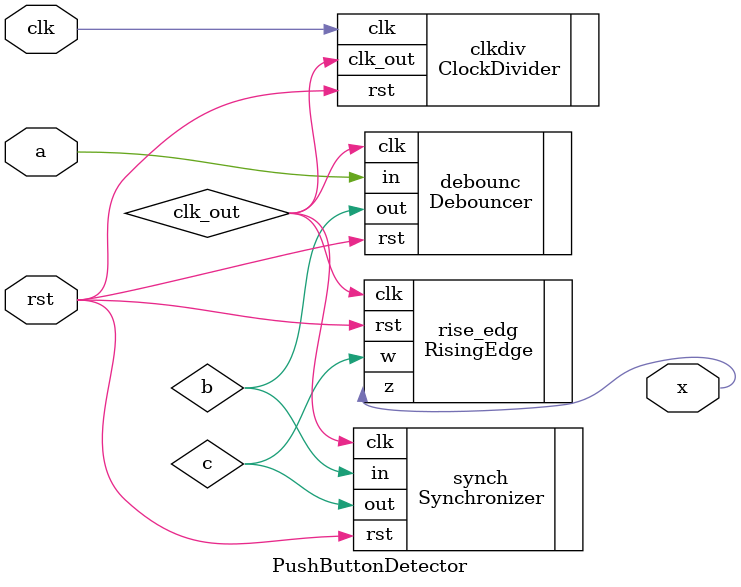
<source format=v>
module PushButtonDetector (
    input  a,
    clk,
    rst,
    output x
);
  wire b, c, clk_out;
  ClockDivider #(500_000) clkdiv (
      .clk(clk),
      .rst(rst),
      .clk_out(clk_out)
  );
  Debouncer debounc (
      .clk(clk_out),
      .rst(rst),
      .in (a),
      .out(b)
  );
  Synchronizer synch (
      .clk(clk_out),
      .rst(rst),
      .in (b),
      .out(c)
  );
  RisingEdge rise_edg (
      .clk(clk_out),
      .rst(rst),
      .w  (c),
      .z  (x)
  );
endmodule

</source>
